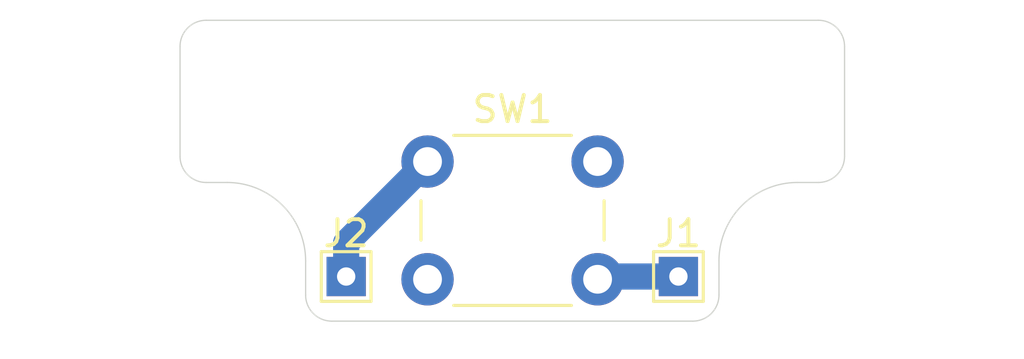
<source format=kicad_pcb>
(kicad_pcb (version 20241229) (generator "pcbnew") (generator_version "9.0")
  (layers (0 "F.Cu" signal) (2 "B.Cu" signal) (13 "F.Paste" user) (15 "B.Paste" user) (5 "F.SilkS" user "F.Silkscreen") (7 "B.SilkS" user "B.Silkscreen") (1 "F.Mask" user) (3 "B.Mask" user) (25 "Edge.Cuts" user))
  (net 0 "")
  (net 1 "Net-(J1-Pin_1)")
  (net 2 "Net-(J2-Pin_1)")
  (footprint "MountingHole:MountingHole_3.2mm_M3" (layer "F.Cu") (at 161.1 84.6)
    (property "Reference" "REF**" (hide yes))
    (property "Value" "MountingHole_3.2mm_M3")
    (pad "" np_thru_hole circle (at 0 0) (size 3.2 3.2) (drill 3.2) (layers "*.Cu" "*.Mask"))
  )
  (footprint "MountingHole:MountingHole_3.2mm_M3" (layer "F.Cu") (at 140.9 84.6)
    (property "Reference" "REF**" (hide yes))
    (property "Value" "MountingHole_3.2mm_M3")
    (pad "" np_thru_hole circle (at 0 0) (size 3.2 3.2) (drill 3.2) (layers "*.Cu" "*.Mask"))
  )
  (footprint "TestPoint:TestPoint_THTPad_1.5x1.5mm_Drill0.7mm" (layer "F.Cu") (at 157.35 91.695)
    (property "Reference" "J1" (at 0 -1.648 0) (layer "F.SilkS"))
    (property "Value" "Conn_01x01_Socket")
    (fp_line (start -0.95 -0.95) (end 0.95 -0.95) (stroke (width 0.12)) (layer "F.SilkS"))
    (fp_line (start -0.95 0.95) (end -0.95 -0.95) (stroke (width 0.12)) (layer "F.SilkS"))
    (fp_line (start 0.95 -0.95) (end 0.95 0.95) (stroke (width 0.12)) (layer "F.SilkS"))
    (fp_line (start 0.95 0.95) (end -0.95 0.95) (stroke (width 0.12)) (layer "F.SilkS"))
    (pad "1" thru_hole rect (at 0 0) (size 1.5 1.5) (drill 0.7) (layers "*.Cu" "*.Mask") (net 1 "Net-(J1-Pin_1)"))
  )
  (footprint "Button_Switch_THT:SW_PUSH_6mm_H9.5mm" (layer "F.Cu") (at 147.76 87.3)
    (property "Reference" "SW1" (at 3.25 -2 0) (layer "F.SilkS"))
    (property "Value" "SW_Push")
    (fp_line (start -0.25 1.5) (end -0.25 3) (stroke (width 0.12)) (layer "F.SilkS"))
    (fp_line (start 1 5.5) (end 5.5 5.5) (stroke (width 0.12)) (layer "F.SilkS"))
    (fp_line (start 5.5 -1) (end 1 -1) (stroke (width 0.12)) (layer "F.SilkS"))
    (fp_line (start 6.75 3) (end 6.75 1.5) (stroke (width 0.12)) (layer "F.SilkS"))
    (pad "1" thru_hole circle (at 0 0 90) (size 2 2) (drill 1.1) (layers "*.Cu" "*.Mask") (net 2 "Net-(J2-Pin_1)"))
    (pad "1" thru_hole circle (at 6.5 0 90) (size 2 2) (drill 1.1) (layers "*.Cu" "*.Mask") (net 2 "Net-(J2-Pin_1)"))
    (pad "2" thru_hole circle (at 0 4.5 90) (size 2 2) (drill 1.1) (layers "*.Cu" "*.Mask") (net 1 "Net-(J1-Pin_1)"))
    (pad "2" thru_hole circle (at 6.5 4.5 90) (size 2 2) (drill 1.1) (layers "*.Cu" "*.Mask") (net 1 "Net-(J1-Pin_1)"))
  )
  (footprint "TestPoint:TestPoint_THTPad_1.5x1.5mm_Drill0.7mm" (layer "F.Cu") (at 144.65 91.695)
    (property "Reference" "J2" (at 0 -1.648 0) (layer "F.SilkS"))
    (property "Value" "Conn_01x01_Socket")
    (fp_line (start -0.95 -0.95) (end 0.95 -0.95) (stroke (width 0.12)) (layer "F.SilkS"))
    (fp_line (start -0.95 0.95) (end -0.95 -0.95) (stroke (width 0.12)) (layer "F.SilkS"))
    (fp_line (start 0.95 -0.95) (end 0.95 0.95) (stroke (width 0.12)) (layer "F.SilkS"))
    (fp_line (start 0.95 0.95) (end -0.95 0.95) (stroke (width 0.12)) (layer "F.SilkS"))
    (pad "1" thru_hole rect (at 0 0) (size 1.5 1.5) (drill 0.7) (layers "*.Cu" "*.Mask") (net 2 "Net-(J2-Pin_1)"))
  )
  (gr_line (start 138.3 87.1) (end 138.3 82.9) (stroke (width 0.05)) (layer "Edge.Cuts"))
  (gr_line (start 162.7 81.9) (end 139.3 81.9) (stroke (width 0.05)) (layer "Edge.Cuts"))
  (gr_line (start 157.9 93.4) (end 144.1 93.4) (stroke (width 0.05)) (layer "Edge.Cuts"))
  (gr_arc (start 140.1 88.1) (mid 142.22132 88.97868) (end 143.1 91.1) (stroke (width 0.05)) (layer "Edge.Cuts"))
  (gr_arc (start 144.1 93.4) (mid 143.392893 93.107107) (end 143.1 92.4) (stroke (width 0.05)) (layer "Edge.Cuts"))
  (gr_line (start 158.9 91.1) (end 158.9 92.4) (stroke (width 0.05)) (layer "Edge.Cuts"))
  (gr_line (start 163.7 82.9) (end 163.7 87.1) (stroke (width 0.05)) (layer "Edge.Cuts"))
  (gr_arc (start 163.7 87.1) (mid 163.407107 87.807107) (end 162.7 88.1) (stroke (width 0.05)) (layer "Edge.Cuts"))
  (gr_arc (start 158.9 92.4) (mid 158.607107 93.107107) (end 157.9 93.4) (stroke (width 0.05)) (layer "Edge.Cuts"))
  (gr_arc (start 138.3 82.9) (mid 138.592893 82.192893) (end 139.3 81.9) (stroke (width 0.05)) (layer "Edge.Cuts"))
  (gr_arc (start 158.9 91.1) (mid 159.77868 88.97868) (end 161.9 88.1) (stroke (width 0.05)) (layer "Edge.Cuts"))
  (gr_line (start 140.1 88.1) (end 139.3 88.1) (stroke (width 0.05)) (layer "Edge.Cuts"))
  (gr_arc (start 162.7 81.9) (mid 163.407107 82.192893) (end 163.7 82.9) (stroke (width 0.05)) (layer "Edge.Cuts"))
  (gr_arc (start 139.3 88.1) (mid 138.592893 87.807107) (end 138.3 87.1) (stroke (width 0.05)) (layer "Edge.Cuts"))
  (gr_line (start 161.9 88.1) (end 162.7 88.1) (stroke (width 0.05)) (layer "Edge.Cuts"))
  (gr_line (start 143.1 92.4) (end 143.1 91.1) (stroke (width 0.05)) (layer "Edge.Cuts"))
  (segment (start 154.365 91.695) (end 154.26 91.8) (width 1) (layer "B.Cu") (net 1))
  (segment (start 157.35 91.695) (end 154.365 91.695) (width 1) (layer "B.Cu") (net 1))
  (segment (start 144.65 91.695) (end 144.65 90.41) (width 1) (layer "B.Cu") (net 2))
  (segment (start 144.65 90.41) (end 147.76 87.3) (width 1) (layer "B.Cu") (net 2))
)
</source>
